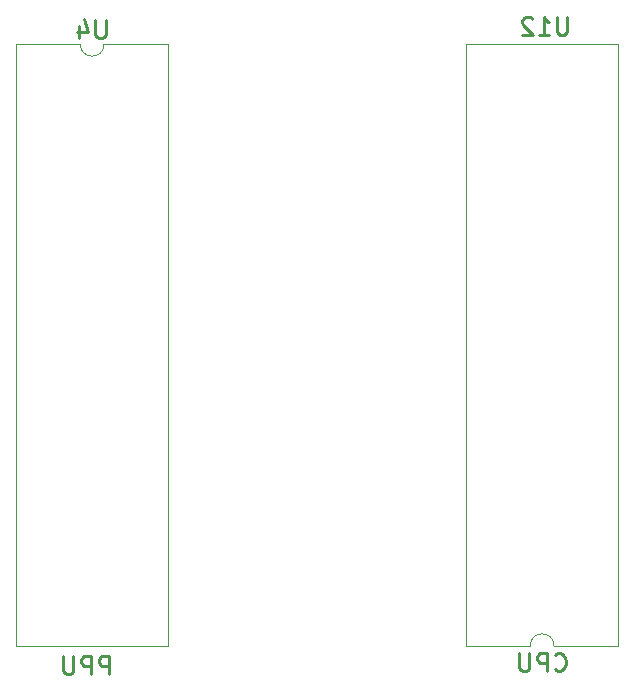
<source format=gbr>
G04 #@! TF.GenerationSoftware,KiCad,Pcbnew,(6.0.5)*
G04 #@! TF.CreationDate,2022-06-14T22:04:29-04:00*
G04 #@! TF.ProjectId,ingameNES,696e6761-6d65-44e4-9553-2e6b69636164,1*
G04 #@! TF.SameCoordinates,Original*
G04 #@! TF.FileFunction,Legend,Bot*
G04 #@! TF.FilePolarity,Positive*
%FSLAX46Y46*%
G04 Gerber Fmt 4.6, Leading zero omitted, Abs format (unit mm)*
G04 Created by KiCad (PCBNEW (6.0.5)) date 2022-06-14 22:04:29*
%MOMM*%
%LPD*%
G01*
G04 APERTURE LIST*
%ADD10C,0.250000*%
%ADD11C,0.120000*%
G04 APERTURE END LIST*
D10*
X81430571Y-168826571D02*
X81430571Y-167326571D01*
X80859142Y-167326571D01*
X80716285Y-167398000D01*
X80644857Y-167469428D01*
X80573428Y-167612285D01*
X80573428Y-167826571D01*
X80644857Y-167969428D01*
X80716285Y-168040857D01*
X80859142Y-168112285D01*
X81430571Y-168112285D01*
X79930571Y-168826571D02*
X79930571Y-167326571D01*
X79359142Y-167326571D01*
X79216285Y-167398000D01*
X79144857Y-167469428D01*
X79073428Y-167612285D01*
X79073428Y-167826571D01*
X79144857Y-167969428D01*
X79216285Y-168040857D01*
X79359142Y-168112285D01*
X79930571Y-168112285D01*
X78430571Y-167326571D02*
X78430571Y-168540857D01*
X78359142Y-168683714D01*
X78287714Y-168755142D01*
X78144857Y-168826571D01*
X77859142Y-168826571D01*
X77716285Y-168755142D01*
X77644857Y-168683714D01*
X77573428Y-168540857D01*
X77573428Y-167326571D01*
X119181428Y-168429714D02*
X119252857Y-168501142D01*
X119467142Y-168572571D01*
X119610000Y-168572571D01*
X119824285Y-168501142D01*
X119967142Y-168358285D01*
X120038571Y-168215428D01*
X120110000Y-167929714D01*
X120110000Y-167715428D01*
X120038571Y-167429714D01*
X119967142Y-167286857D01*
X119824285Y-167144000D01*
X119610000Y-167072571D01*
X119467142Y-167072571D01*
X119252857Y-167144000D01*
X119181428Y-167215428D01*
X118538571Y-168572571D02*
X118538571Y-167072571D01*
X117967142Y-167072571D01*
X117824285Y-167144000D01*
X117752857Y-167215428D01*
X117681428Y-167358285D01*
X117681428Y-167572571D01*
X117752857Y-167715428D01*
X117824285Y-167786857D01*
X117967142Y-167858285D01*
X118538571Y-167858285D01*
X117038571Y-167072571D02*
X117038571Y-168286857D01*
X116967142Y-168429714D01*
X116895714Y-168501142D01*
X116752857Y-168572571D01*
X116467142Y-168572571D01*
X116324285Y-168501142D01*
X116252857Y-168429714D01*
X116181428Y-168286857D01*
X116181428Y-167072571D01*
X120221142Y-113224571D02*
X120221142Y-114438857D01*
X120149714Y-114581714D01*
X120078285Y-114653142D01*
X119935428Y-114724571D01*
X119649714Y-114724571D01*
X119506857Y-114653142D01*
X119435428Y-114581714D01*
X119364000Y-114438857D01*
X119364000Y-113224571D01*
X117864000Y-114724571D02*
X118721142Y-114724571D01*
X118292571Y-114724571D02*
X118292571Y-113224571D01*
X118435428Y-113438857D01*
X118578285Y-113581714D01*
X118721142Y-113653142D01*
X117292571Y-113367428D02*
X117221142Y-113296000D01*
X117078285Y-113224571D01*
X116721142Y-113224571D01*
X116578285Y-113296000D01*
X116506857Y-113367428D01*
X116435428Y-113510285D01*
X116435428Y-113653142D01*
X116506857Y-113867428D01*
X117364000Y-114724571D01*
X116435428Y-114724571D01*
X81152857Y-113478571D02*
X81152857Y-114692857D01*
X81081428Y-114835714D01*
X81010000Y-114907142D01*
X80867142Y-114978571D01*
X80581428Y-114978571D01*
X80438571Y-114907142D01*
X80367142Y-114835714D01*
X80295714Y-114692857D01*
X80295714Y-113478571D01*
X78938571Y-113978571D02*
X78938571Y-114978571D01*
X79295714Y-113407142D02*
X79652857Y-114478571D01*
X78724285Y-114478571D01*
D11*
X111650000Y-115504996D02*
X124570000Y-115504996D01*
X111650000Y-166424996D02*
X111650000Y-115504996D01*
X117110000Y-166424996D02*
X111650000Y-166424996D01*
X124570000Y-166424996D02*
X119110000Y-166424996D01*
X124570000Y-115504996D02*
X124570000Y-166424996D01*
X119110000Y-166424996D02*
G75*
G03*
X117110000Y-166424996I-1000000J0D01*
G01*
X73550000Y-166430000D02*
X73550000Y-115510000D01*
X73550000Y-115510000D02*
X79010000Y-115510000D01*
X86470000Y-166430000D02*
X73550000Y-166430000D01*
X81010000Y-115510000D02*
X86470000Y-115510000D01*
X86470000Y-115510000D02*
X86470000Y-166430000D01*
X79010000Y-115510000D02*
G75*
G03*
X81010000Y-115510000I1000000J0D01*
G01*
M02*

</source>
